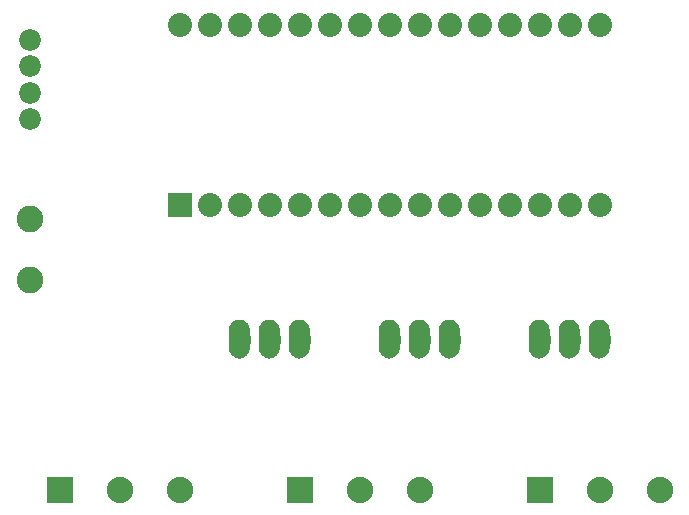
<source format=gts>
G04 MADE WITH FRITZING*
G04 WWW.FRITZING.ORG*
G04 DOUBLE SIDED*
G04 HOLES PLATED*
G04 CONTOUR ON CENTER OF CONTOUR VECTOR*
%ASAXBY*%
%FSLAX23Y23*%
%MOIN*%
%OFA0B0*%
%SFA1.0B1.0*%
%ADD10C,0.075118*%
%ADD11C,0.088740*%
%ADD12C,0.072222*%
%ADD13C,0.080000*%
%ADD14C,0.088000*%
%ADD15R,0.080000X0.079972*%
%ADD16R,0.088000X0.088000*%
%ADD17R,0.001000X0.001000*%
%LNMASK1*%
G90*
G70*
G54D10*
X1901Y707D03*
X2001Y707D03*
X2101Y707D03*
X1901Y707D03*
X2001Y707D03*
X2101Y707D03*
X1401Y707D03*
X1501Y707D03*
X1601Y707D03*
X1401Y707D03*
X1501Y707D03*
X1601Y707D03*
X901Y707D03*
X1001Y707D03*
X1101Y707D03*
X901Y707D03*
X1001Y707D03*
X1101Y707D03*
G54D11*
X201Y907D03*
X201Y1108D03*
G54D12*
X201Y1441D03*
X201Y1530D03*
X201Y1618D03*
X201Y1707D03*
G54D13*
X701Y1157D03*
X801Y1157D03*
X901Y1157D03*
X1001Y1157D03*
X1101Y1157D03*
X1201Y1157D03*
X1301Y1157D03*
X1401Y1157D03*
X1501Y1157D03*
X1601Y1157D03*
X1701Y1157D03*
X1801Y1157D03*
X1901Y1157D03*
X2001Y1157D03*
X2101Y1157D03*
X701Y1757D03*
X801Y1757D03*
X901Y1757D03*
X1001Y1757D03*
X1101Y1757D03*
X1201Y1757D03*
X1301Y1757D03*
X1401Y1757D03*
X1501Y1757D03*
X1601Y1757D03*
X1701Y1757D03*
X1801Y1757D03*
X1901Y1757D03*
X2001Y1757D03*
X2101Y1757D03*
G54D14*
X301Y207D03*
X501Y207D03*
X701Y207D03*
X1101Y207D03*
X1301Y207D03*
X1501Y207D03*
X1901Y207D03*
X2101Y207D03*
X2301Y207D03*
G54D15*
X701Y1157D03*
G54D16*
X301Y207D03*
X1101Y207D03*
X1901Y207D03*
G54D17*
X894Y773D02*
X906Y773D01*
X994Y773D02*
X1006Y773D01*
X1094Y773D02*
X1106Y773D01*
X1394Y773D02*
X1405Y773D01*
X1494Y773D02*
X1505Y773D01*
X1594Y773D02*
X1605Y773D01*
X1894Y773D02*
X1905Y773D01*
X1994Y773D02*
X2005Y773D01*
X2093Y773D02*
X2105Y773D01*
X890Y772D02*
X909Y772D01*
X990Y772D02*
X1009Y772D01*
X1090Y772D02*
X1109Y772D01*
X1390Y772D02*
X1409Y772D01*
X1490Y772D02*
X1509Y772D01*
X1590Y772D02*
X1609Y772D01*
X1890Y772D02*
X1909Y772D01*
X1990Y772D02*
X2009Y772D01*
X2090Y772D02*
X2109Y772D01*
X887Y771D02*
X912Y771D01*
X987Y771D02*
X1012Y771D01*
X1087Y771D02*
X1112Y771D01*
X1387Y771D02*
X1412Y771D01*
X1487Y771D02*
X1512Y771D01*
X1587Y771D02*
X1612Y771D01*
X1887Y771D02*
X1912Y771D01*
X1987Y771D02*
X2012Y771D01*
X2087Y771D02*
X2112Y771D01*
X885Y770D02*
X914Y770D01*
X985Y770D02*
X1014Y770D01*
X1085Y770D02*
X1114Y770D01*
X1385Y770D02*
X1414Y770D01*
X1485Y770D02*
X1514Y770D01*
X1585Y770D02*
X1614Y770D01*
X1885Y770D02*
X1914Y770D01*
X1985Y770D02*
X2014Y770D01*
X2085Y770D02*
X2114Y770D01*
X883Y769D02*
X916Y769D01*
X983Y769D02*
X1016Y769D01*
X1083Y769D02*
X1116Y769D01*
X1383Y769D02*
X1416Y769D01*
X1483Y769D02*
X1516Y769D01*
X1583Y769D02*
X1616Y769D01*
X1883Y769D02*
X1916Y769D01*
X1983Y769D02*
X2016Y769D01*
X2083Y769D02*
X2116Y769D01*
X882Y768D02*
X918Y768D01*
X982Y768D02*
X1018Y768D01*
X1082Y768D02*
X1118Y768D01*
X1382Y768D02*
X1418Y768D01*
X1482Y768D02*
X1518Y768D01*
X1582Y768D02*
X1618Y768D01*
X1881Y768D02*
X1917Y768D01*
X1981Y768D02*
X2017Y768D01*
X2081Y768D02*
X2117Y768D01*
X880Y767D02*
X919Y767D01*
X980Y767D02*
X1019Y767D01*
X1080Y767D02*
X1119Y767D01*
X1380Y767D02*
X1419Y767D01*
X1480Y767D02*
X1519Y767D01*
X1580Y767D02*
X1619Y767D01*
X1880Y767D02*
X1919Y767D01*
X1980Y767D02*
X2019Y767D01*
X2080Y767D02*
X2119Y767D01*
X879Y766D02*
X921Y766D01*
X979Y766D02*
X1020Y766D01*
X1079Y766D02*
X1120Y766D01*
X1379Y766D02*
X1420Y766D01*
X1479Y766D02*
X1520Y766D01*
X1579Y766D02*
X1620Y766D01*
X1879Y766D02*
X1920Y766D01*
X1979Y766D02*
X2020Y766D01*
X2079Y766D02*
X2120Y766D01*
X878Y765D02*
X922Y765D01*
X978Y765D02*
X1022Y765D01*
X1078Y765D02*
X1122Y765D01*
X1378Y765D02*
X1422Y765D01*
X1478Y765D02*
X1522Y765D01*
X1578Y765D02*
X1621Y765D01*
X1877Y765D02*
X1921Y765D01*
X1977Y765D02*
X2021Y765D01*
X2077Y765D02*
X2121Y765D01*
X877Y764D02*
X923Y764D01*
X977Y764D02*
X1023Y764D01*
X1077Y764D02*
X1123Y764D01*
X1377Y764D02*
X1423Y764D01*
X1477Y764D02*
X1523Y764D01*
X1576Y764D02*
X1623Y764D01*
X1876Y764D02*
X1922Y764D01*
X1976Y764D02*
X2022Y764D01*
X2076Y764D02*
X2122Y764D01*
X876Y763D02*
X924Y763D01*
X976Y763D02*
X1024Y763D01*
X1076Y763D02*
X1124Y763D01*
X1376Y763D02*
X1424Y763D01*
X1475Y763D02*
X1524Y763D01*
X1575Y763D02*
X1624Y763D01*
X1875Y763D02*
X1924Y763D01*
X1975Y763D02*
X2024Y763D01*
X2075Y763D02*
X2123Y763D01*
X875Y762D02*
X925Y762D01*
X975Y762D02*
X1025Y762D01*
X1075Y762D02*
X1125Y762D01*
X1375Y762D02*
X1425Y762D01*
X1475Y762D02*
X1525Y762D01*
X1575Y762D02*
X1625Y762D01*
X1874Y762D02*
X1924Y762D01*
X1974Y762D02*
X2024Y762D01*
X2074Y762D02*
X2124Y762D01*
X874Y761D02*
X926Y761D01*
X974Y761D02*
X1026Y761D01*
X1074Y761D02*
X1126Y761D01*
X1374Y761D02*
X1426Y761D01*
X1474Y761D02*
X1526Y761D01*
X1574Y761D02*
X1625Y761D01*
X1873Y761D02*
X1925Y761D01*
X1973Y761D02*
X2025Y761D01*
X2073Y761D02*
X2125Y761D01*
X873Y760D02*
X927Y760D01*
X973Y760D02*
X1026Y760D01*
X1073Y760D02*
X1126Y760D01*
X1373Y760D02*
X1426Y760D01*
X1473Y760D02*
X1526Y760D01*
X1573Y760D02*
X1626Y760D01*
X1873Y760D02*
X1926Y760D01*
X1973Y760D02*
X2026Y760D01*
X2073Y760D02*
X2126Y760D01*
X872Y759D02*
X927Y759D01*
X972Y759D02*
X1027Y759D01*
X1072Y759D02*
X1127Y759D01*
X1372Y759D02*
X1427Y759D01*
X1472Y759D02*
X1527Y759D01*
X1572Y759D02*
X1627Y759D01*
X1872Y759D02*
X1927Y759D01*
X1972Y759D02*
X2027Y759D01*
X2072Y759D02*
X2127Y759D01*
X872Y758D02*
X928Y758D01*
X971Y758D02*
X1028Y758D01*
X1071Y758D02*
X1128Y758D01*
X1371Y758D02*
X1428Y758D01*
X1471Y758D02*
X1528Y758D01*
X1571Y758D02*
X1628Y758D01*
X1871Y758D02*
X1928Y758D01*
X1971Y758D02*
X2028Y758D01*
X2071Y758D02*
X2128Y758D01*
X871Y757D02*
X929Y757D01*
X971Y757D02*
X1029Y757D01*
X1071Y757D02*
X1129Y757D01*
X1371Y757D02*
X1429Y757D01*
X1471Y757D02*
X1528Y757D01*
X1571Y757D02*
X1628Y757D01*
X1871Y757D02*
X1928Y757D01*
X1970Y757D02*
X2028Y757D01*
X2070Y757D02*
X2128Y757D01*
X870Y756D02*
X929Y756D01*
X970Y756D02*
X1029Y756D01*
X1070Y756D02*
X1129Y756D01*
X1370Y756D02*
X1429Y756D01*
X1470Y756D02*
X1529Y756D01*
X1570Y756D02*
X1629Y756D01*
X1870Y756D02*
X1929Y756D01*
X1970Y756D02*
X2029Y756D01*
X2070Y756D02*
X2129Y756D01*
X870Y755D02*
X930Y755D01*
X970Y755D02*
X1030Y755D01*
X1070Y755D02*
X1130Y755D01*
X1369Y755D02*
X1430Y755D01*
X1469Y755D02*
X1530Y755D01*
X1569Y755D02*
X1630Y755D01*
X1869Y755D02*
X1930Y755D01*
X1969Y755D02*
X2030Y755D01*
X2069Y755D02*
X2130Y755D01*
X869Y754D02*
X930Y754D01*
X969Y754D02*
X1030Y754D01*
X1069Y754D02*
X1130Y754D01*
X1369Y754D02*
X1430Y754D01*
X1469Y754D02*
X1530Y754D01*
X1569Y754D02*
X1630Y754D01*
X1869Y754D02*
X1930Y754D01*
X1969Y754D02*
X2030Y754D01*
X2069Y754D02*
X2130Y754D01*
X869Y753D02*
X931Y753D01*
X969Y753D02*
X1031Y753D01*
X1069Y753D02*
X1131Y753D01*
X1368Y753D02*
X1431Y753D01*
X1468Y753D02*
X1531Y753D01*
X1568Y753D02*
X1631Y753D01*
X1868Y753D02*
X1931Y753D01*
X1968Y753D02*
X2031Y753D01*
X2068Y753D02*
X2131Y753D01*
X868Y752D02*
X931Y752D01*
X968Y752D02*
X1031Y752D01*
X1068Y752D02*
X1131Y752D01*
X1368Y752D02*
X1431Y752D01*
X1468Y752D02*
X1531Y752D01*
X1568Y752D02*
X1631Y752D01*
X1868Y752D02*
X1931Y752D01*
X1968Y752D02*
X2031Y752D01*
X2068Y752D02*
X2131Y752D01*
X868Y751D02*
X932Y751D01*
X968Y751D02*
X1032Y751D01*
X1068Y751D02*
X1132Y751D01*
X1368Y751D02*
X1432Y751D01*
X1468Y751D02*
X1532Y751D01*
X1568Y751D02*
X1632Y751D01*
X1867Y751D02*
X1931Y751D01*
X1967Y751D02*
X2031Y751D01*
X2067Y751D02*
X2131Y751D01*
X867Y750D02*
X932Y750D01*
X967Y750D02*
X1032Y750D01*
X1067Y750D02*
X1132Y750D01*
X1367Y750D02*
X1432Y750D01*
X1467Y750D02*
X1532Y750D01*
X1567Y750D02*
X1632Y750D01*
X1867Y750D02*
X1932Y750D01*
X1967Y750D02*
X2032Y750D01*
X2067Y750D02*
X2132Y750D01*
X867Y749D02*
X933Y749D01*
X967Y749D02*
X1033Y749D01*
X1067Y749D02*
X1132Y749D01*
X1367Y749D02*
X1432Y749D01*
X1467Y749D02*
X1532Y749D01*
X1567Y749D02*
X1632Y749D01*
X1867Y749D02*
X1932Y749D01*
X1967Y749D02*
X2032Y749D01*
X2067Y749D02*
X2132Y749D01*
X867Y748D02*
X933Y748D01*
X967Y748D02*
X1033Y748D01*
X1067Y748D02*
X1133Y748D01*
X1367Y748D02*
X1433Y748D01*
X1466Y748D02*
X1533Y748D01*
X1566Y748D02*
X1633Y748D01*
X1866Y748D02*
X1933Y748D01*
X1966Y748D02*
X2032Y748D01*
X2066Y748D02*
X2132Y748D01*
X866Y747D02*
X933Y747D01*
X966Y747D02*
X1033Y747D01*
X1066Y747D02*
X1133Y747D01*
X1366Y747D02*
X1433Y747D01*
X1466Y747D02*
X1533Y747D01*
X1566Y747D02*
X1633Y747D01*
X1866Y747D02*
X1933Y747D01*
X1966Y747D02*
X2033Y747D01*
X2066Y747D02*
X2133Y747D01*
X866Y746D02*
X933Y746D01*
X966Y746D02*
X1033Y746D01*
X1066Y746D02*
X1133Y746D01*
X1366Y746D02*
X1433Y746D01*
X1466Y746D02*
X1533Y746D01*
X1566Y746D02*
X1633Y746D01*
X1866Y746D02*
X1933Y746D01*
X1966Y746D02*
X2033Y746D01*
X2066Y746D02*
X2133Y746D01*
X866Y745D02*
X934Y745D01*
X966Y745D02*
X1034Y745D01*
X1066Y745D02*
X1134Y745D01*
X1366Y745D02*
X1433Y745D01*
X1466Y745D02*
X1533Y745D01*
X1566Y745D02*
X1633Y745D01*
X1866Y745D02*
X1933Y745D01*
X1966Y745D02*
X2033Y745D01*
X2066Y745D02*
X2133Y745D01*
X866Y744D02*
X934Y744D01*
X966Y744D02*
X1034Y744D01*
X1066Y744D02*
X1134Y744D01*
X1366Y744D02*
X1434Y744D01*
X1466Y744D02*
X1534Y744D01*
X1566Y744D02*
X1634Y744D01*
X1865Y744D02*
X1933Y744D01*
X1965Y744D02*
X2033Y744D01*
X2065Y744D02*
X2133Y744D01*
X866Y743D02*
X934Y743D01*
X966Y743D02*
X1034Y743D01*
X1066Y743D02*
X1134Y743D01*
X1365Y743D02*
X1434Y743D01*
X1465Y743D02*
X1534Y743D01*
X1565Y743D02*
X1634Y743D01*
X1865Y743D02*
X1934Y743D01*
X1965Y743D02*
X2034Y743D01*
X2065Y743D02*
X2134Y743D01*
X865Y742D02*
X934Y742D01*
X965Y742D02*
X1034Y742D01*
X1065Y742D02*
X1134Y742D01*
X1365Y742D02*
X1434Y742D01*
X1465Y742D02*
X1534Y742D01*
X1565Y742D02*
X1634Y742D01*
X1865Y742D02*
X1934Y742D01*
X1965Y742D02*
X2034Y742D01*
X2065Y742D02*
X2134Y742D01*
X865Y741D02*
X934Y741D01*
X965Y741D02*
X1034Y741D01*
X1065Y741D02*
X1134Y741D01*
X1365Y741D02*
X1434Y741D01*
X1465Y741D02*
X1534Y741D01*
X1565Y741D02*
X1634Y741D01*
X1865Y741D02*
X1934Y741D01*
X1965Y741D02*
X2034Y741D01*
X2065Y741D02*
X2134Y741D01*
X865Y740D02*
X934Y740D01*
X965Y740D02*
X1034Y740D01*
X1065Y740D02*
X1134Y740D01*
X1365Y740D02*
X1434Y740D01*
X1465Y740D02*
X1534Y740D01*
X1565Y740D02*
X1634Y740D01*
X1865Y740D02*
X1934Y740D01*
X1965Y740D02*
X2034Y740D01*
X2065Y740D02*
X2134Y740D01*
X865Y739D02*
X934Y739D01*
X965Y739D02*
X1034Y739D01*
X1065Y739D02*
X1134Y739D01*
X1365Y739D02*
X1434Y739D01*
X1465Y739D02*
X1534Y739D01*
X1565Y739D02*
X1634Y739D01*
X1865Y739D02*
X1934Y739D01*
X1965Y739D02*
X2034Y739D01*
X2065Y739D02*
X2134Y739D01*
X865Y738D02*
X934Y738D01*
X965Y738D02*
X1034Y738D01*
X1065Y738D02*
X1134Y738D01*
X1365Y738D02*
X1434Y738D01*
X1465Y738D02*
X1534Y738D01*
X1565Y738D02*
X1634Y738D01*
X1865Y738D02*
X1934Y738D01*
X1965Y738D02*
X2034Y738D01*
X2065Y738D02*
X2134Y738D01*
X865Y737D02*
X934Y737D01*
X965Y737D02*
X1034Y737D01*
X1065Y737D02*
X1134Y737D01*
X1365Y737D02*
X1434Y737D01*
X1465Y737D02*
X1534Y737D01*
X1565Y737D02*
X1634Y737D01*
X1865Y737D02*
X1934Y737D01*
X1965Y737D02*
X2034Y737D01*
X2065Y737D02*
X2134Y737D01*
X865Y736D02*
X934Y736D01*
X965Y736D02*
X1034Y736D01*
X1065Y736D02*
X1134Y736D01*
X1365Y736D02*
X1434Y736D01*
X1465Y736D02*
X1534Y736D01*
X1565Y736D02*
X1634Y736D01*
X1865Y736D02*
X1934Y736D01*
X1965Y736D02*
X2034Y736D01*
X2065Y736D02*
X2134Y736D01*
X865Y735D02*
X934Y735D01*
X965Y735D02*
X1034Y735D01*
X1065Y735D02*
X1134Y735D01*
X1365Y735D02*
X1434Y735D01*
X1465Y735D02*
X1534Y735D01*
X1565Y735D02*
X1634Y735D01*
X1865Y735D02*
X1934Y735D01*
X1965Y735D02*
X2034Y735D01*
X2065Y735D02*
X2134Y735D01*
X865Y734D02*
X934Y734D01*
X965Y734D02*
X1034Y734D01*
X1065Y734D02*
X1134Y734D01*
X1365Y734D02*
X1434Y734D01*
X1465Y734D02*
X1534Y734D01*
X1565Y734D02*
X1634Y734D01*
X1865Y734D02*
X1934Y734D01*
X1965Y734D02*
X2034Y734D01*
X2065Y734D02*
X2134Y734D01*
X865Y733D02*
X934Y733D01*
X965Y733D02*
X1034Y733D01*
X1065Y733D02*
X1134Y733D01*
X1365Y733D02*
X1434Y733D01*
X1465Y733D02*
X1534Y733D01*
X1565Y733D02*
X1634Y733D01*
X1865Y733D02*
X1934Y733D01*
X1965Y733D02*
X2034Y733D01*
X2065Y733D02*
X2134Y733D01*
X865Y732D02*
X934Y732D01*
X965Y732D02*
X1034Y732D01*
X1065Y732D02*
X1134Y732D01*
X1365Y732D02*
X1434Y732D01*
X1465Y732D02*
X1534Y732D01*
X1565Y732D02*
X1634Y732D01*
X1865Y732D02*
X1934Y732D01*
X1965Y732D02*
X2034Y732D01*
X2065Y732D02*
X2134Y732D01*
X865Y731D02*
X934Y731D01*
X965Y731D02*
X1034Y731D01*
X1065Y731D02*
X1134Y731D01*
X1365Y731D02*
X1434Y731D01*
X1465Y731D02*
X1534Y731D01*
X1565Y731D02*
X1634Y731D01*
X1865Y731D02*
X1934Y731D01*
X1965Y731D02*
X2034Y731D01*
X2065Y731D02*
X2134Y731D01*
X865Y730D02*
X934Y730D01*
X965Y730D02*
X1034Y730D01*
X1065Y730D02*
X1134Y730D01*
X1365Y730D02*
X1434Y730D01*
X1465Y730D02*
X1534Y730D01*
X1565Y730D02*
X1634Y730D01*
X1865Y730D02*
X1934Y730D01*
X1965Y730D02*
X2034Y730D01*
X2065Y730D02*
X2134Y730D01*
X865Y729D02*
X934Y729D01*
X965Y729D02*
X1034Y729D01*
X1065Y729D02*
X1134Y729D01*
X1365Y729D02*
X1434Y729D01*
X1465Y729D02*
X1534Y729D01*
X1565Y729D02*
X1634Y729D01*
X1865Y729D02*
X1934Y729D01*
X1965Y729D02*
X2034Y729D01*
X2065Y729D02*
X2134Y729D01*
X865Y728D02*
X934Y728D01*
X965Y728D02*
X1034Y728D01*
X1065Y728D02*
X1134Y728D01*
X1365Y728D02*
X1434Y728D01*
X1465Y728D02*
X1534Y728D01*
X1565Y728D02*
X1634Y728D01*
X1865Y728D02*
X1934Y728D01*
X1965Y728D02*
X2034Y728D01*
X2065Y728D02*
X2134Y728D01*
X865Y727D02*
X934Y727D01*
X965Y727D02*
X1034Y727D01*
X1065Y727D02*
X1134Y727D01*
X1365Y727D02*
X1434Y727D01*
X1465Y727D02*
X1534Y727D01*
X1565Y727D02*
X1634Y727D01*
X1865Y727D02*
X1934Y727D01*
X1965Y727D02*
X2034Y727D01*
X2065Y727D02*
X2134Y727D01*
X865Y726D02*
X934Y726D01*
X965Y726D02*
X1034Y726D01*
X1065Y726D02*
X1134Y726D01*
X1365Y726D02*
X1434Y726D01*
X1465Y726D02*
X1534Y726D01*
X1565Y726D02*
X1634Y726D01*
X1865Y726D02*
X1934Y726D01*
X1965Y726D02*
X2034Y726D01*
X2065Y726D02*
X2134Y726D01*
X865Y725D02*
X934Y725D01*
X965Y725D02*
X1034Y725D01*
X1065Y725D02*
X1134Y725D01*
X1365Y725D02*
X1434Y725D01*
X1465Y725D02*
X1534Y725D01*
X1565Y725D02*
X1634Y725D01*
X1865Y725D02*
X1934Y725D01*
X1965Y725D02*
X2034Y725D01*
X2065Y725D02*
X2134Y725D01*
X865Y724D02*
X934Y724D01*
X965Y724D02*
X1034Y724D01*
X1065Y724D02*
X1134Y724D01*
X1365Y724D02*
X1434Y724D01*
X1465Y724D02*
X1534Y724D01*
X1565Y724D02*
X1634Y724D01*
X1865Y724D02*
X1934Y724D01*
X1965Y724D02*
X2034Y724D01*
X2065Y724D02*
X2134Y724D01*
X865Y723D02*
X895Y723D01*
X905Y723D02*
X934Y723D01*
X965Y723D02*
X995Y723D01*
X1005Y723D02*
X1034Y723D01*
X1065Y723D02*
X1095Y723D01*
X1105Y723D02*
X1134Y723D01*
X1365Y723D02*
X1394Y723D01*
X1405Y723D02*
X1434Y723D01*
X1465Y723D02*
X1494Y723D01*
X1505Y723D02*
X1534Y723D01*
X1565Y723D02*
X1594Y723D01*
X1605Y723D02*
X1634Y723D01*
X1865Y723D02*
X1894Y723D01*
X1905Y723D02*
X1934Y723D01*
X1965Y723D02*
X1994Y723D01*
X2005Y723D02*
X2034Y723D01*
X2065Y723D02*
X2094Y723D01*
X2104Y723D02*
X2134Y723D01*
X865Y722D02*
X892Y722D01*
X908Y722D02*
X934Y722D01*
X965Y722D02*
X992Y722D01*
X1007Y722D02*
X1034Y722D01*
X1065Y722D02*
X1092Y722D01*
X1107Y722D02*
X1134Y722D01*
X1365Y722D02*
X1392Y722D01*
X1407Y722D02*
X1434Y722D01*
X1465Y722D02*
X1492Y722D01*
X1507Y722D02*
X1534Y722D01*
X1565Y722D02*
X1592Y722D01*
X1607Y722D02*
X1634Y722D01*
X1865Y722D02*
X1892Y722D01*
X1907Y722D02*
X1934Y722D01*
X1965Y722D02*
X1992Y722D01*
X2007Y722D02*
X2034Y722D01*
X2065Y722D02*
X2092Y722D01*
X2107Y722D02*
X2134Y722D01*
X865Y721D02*
X890Y721D01*
X909Y721D02*
X934Y721D01*
X965Y721D02*
X990Y721D01*
X1009Y721D02*
X1034Y721D01*
X1065Y721D02*
X1090Y721D01*
X1109Y721D02*
X1134Y721D01*
X1365Y721D02*
X1390Y721D01*
X1409Y721D02*
X1434Y721D01*
X1465Y721D02*
X1490Y721D01*
X1509Y721D02*
X1534Y721D01*
X1565Y721D02*
X1590Y721D01*
X1609Y721D02*
X1634Y721D01*
X1865Y721D02*
X1890Y721D01*
X1909Y721D02*
X1934Y721D01*
X1965Y721D02*
X1990Y721D01*
X2009Y721D02*
X2034Y721D01*
X2065Y721D02*
X2090Y721D01*
X2109Y721D02*
X2134Y721D01*
X865Y720D02*
X889Y720D01*
X911Y720D02*
X934Y720D01*
X965Y720D02*
X989Y720D01*
X1011Y720D02*
X1034Y720D01*
X1065Y720D02*
X1089Y720D01*
X1110Y720D02*
X1134Y720D01*
X1365Y720D02*
X1389Y720D01*
X1410Y720D02*
X1434Y720D01*
X1465Y720D02*
X1489Y720D01*
X1510Y720D02*
X1534Y720D01*
X1565Y720D02*
X1589Y720D01*
X1610Y720D02*
X1634Y720D01*
X1865Y720D02*
X1889Y720D01*
X1910Y720D02*
X1934Y720D01*
X1965Y720D02*
X1989Y720D01*
X2010Y720D02*
X2034Y720D01*
X2065Y720D02*
X2089Y720D01*
X2110Y720D02*
X2134Y720D01*
X865Y719D02*
X888Y719D01*
X912Y719D02*
X934Y719D01*
X965Y719D02*
X988Y719D01*
X1012Y719D02*
X1034Y719D01*
X1065Y719D02*
X1088Y719D01*
X1111Y719D02*
X1134Y719D01*
X1365Y719D02*
X1388Y719D01*
X1411Y719D02*
X1434Y719D01*
X1465Y719D02*
X1488Y719D01*
X1511Y719D02*
X1534Y719D01*
X1565Y719D02*
X1588Y719D01*
X1611Y719D02*
X1634Y719D01*
X1865Y719D02*
X1888Y719D01*
X1911Y719D02*
X1934Y719D01*
X1965Y719D02*
X1988Y719D01*
X2011Y719D02*
X2034Y719D01*
X2065Y719D02*
X2088Y719D01*
X2111Y719D02*
X2134Y719D01*
X865Y718D02*
X887Y718D01*
X912Y718D02*
X934Y718D01*
X965Y718D02*
X987Y718D01*
X1012Y718D02*
X1034Y718D01*
X1065Y718D02*
X1087Y718D01*
X1112Y718D02*
X1134Y718D01*
X1365Y718D02*
X1387Y718D01*
X1412Y718D02*
X1434Y718D01*
X1465Y718D02*
X1487Y718D01*
X1512Y718D02*
X1534Y718D01*
X1565Y718D02*
X1587Y718D01*
X1612Y718D02*
X1634Y718D01*
X1865Y718D02*
X1887Y718D01*
X1912Y718D02*
X1934Y718D01*
X1965Y718D02*
X1987Y718D01*
X2012Y718D02*
X2034Y718D01*
X2065Y718D02*
X2087Y718D01*
X2112Y718D02*
X2134Y718D01*
X865Y717D02*
X886Y717D01*
X913Y717D02*
X934Y717D01*
X965Y717D02*
X986Y717D01*
X1013Y717D02*
X1034Y717D01*
X1065Y717D02*
X1086Y717D01*
X1113Y717D02*
X1134Y717D01*
X1365Y717D02*
X1386Y717D01*
X1413Y717D02*
X1434Y717D01*
X1465Y717D02*
X1486Y717D01*
X1513Y717D02*
X1534Y717D01*
X1565Y717D02*
X1586Y717D01*
X1613Y717D02*
X1634Y717D01*
X1865Y717D02*
X1886Y717D01*
X1913Y717D02*
X1934Y717D01*
X1965Y717D02*
X1986Y717D01*
X2013Y717D02*
X2034Y717D01*
X2065Y717D02*
X2086Y717D01*
X2113Y717D02*
X2134Y717D01*
X865Y716D02*
X886Y716D01*
X914Y716D02*
X934Y716D01*
X965Y716D02*
X986Y716D01*
X1014Y716D02*
X1034Y716D01*
X1065Y716D02*
X1086Y716D01*
X1113Y716D02*
X1134Y716D01*
X1365Y716D02*
X1386Y716D01*
X1413Y716D02*
X1434Y716D01*
X1465Y716D02*
X1486Y716D01*
X1513Y716D02*
X1534Y716D01*
X1565Y716D02*
X1586Y716D01*
X1613Y716D02*
X1634Y716D01*
X1865Y716D02*
X1886Y716D01*
X1913Y716D02*
X1934Y716D01*
X1965Y716D02*
X1986Y716D01*
X2013Y716D02*
X2034Y716D01*
X2065Y716D02*
X2086Y716D01*
X2113Y716D02*
X2134Y716D01*
X865Y715D02*
X885Y715D01*
X914Y715D02*
X934Y715D01*
X965Y715D02*
X985Y715D01*
X1014Y715D02*
X1034Y715D01*
X1065Y715D02*
X1085Y715D01*
X1114Y715D02*
X1134Y715D01*
X1365Y715D02*
X1385Y715D01*
X1414Y715D02*
X1434Y715D01*
X1465Y715D02*
X1485Y715D01*
X1514Y715D02*
X1534Y715D01*
X1565Y715D02*
X1585Y715D01*
X1614Y715D02*
X1634Y715D01*
X1865Y715D02*
X1885Y715D01*
X1914Y715D02*
X1934Y715D01*
X1965Y715D02*
X1985Y715D01*
X2014Y715D02*
X2034Y715D01*
X2065Y715D02*
X2085Y715D01*
X2114Y715D02*
X2134Y715D01*
X865Y714D02*
X885Y714D01*
X914Y714D02*
X934Y714D01*
X965Y714D02*
X985Y714D01*
X1014Y714D02*
X1034Y714D01*
X1065Y714D02*
X1085Y714D01*
X1114Y714D02*
X1134Y714D01*
X1365Y714D02*
X1385Y714D01*
X1414Y714D02*
X1434Y714D01*
X1465Y714D02*
X1485Y714D01*
X1514Y714D02*
X1534Y714D01*
X1565Y714D02*
X1585Y714D01*
X1614Y714D02*
X1634Y714D01*
X1865Y714D02*
X1885Y714D01*
X1914Y714D02*
X1934Y714D01*
X1965Y714D02*
X1985Y714D01*
X2014Y714D02*
X2034Y714D01*
X2065Y714D02*
X2085Y714D01*
X2114Y714D02*
X2134Y714D01*
X865Y713D02*
X885Y713D01*
X915Y713D02*
X934Y713D01*
X965Y713D02*
X985Y713D01*
X1015Y713D02*
X1034Y713D01*
X1065Y713D02*
X1085Y713D01*
X1115Y713D02*
X1134Y713D01*
X1365Y713D02*
X1385Y713D01*
X1415Y713D02*
X1434Y713D01*
X1465Y713D02*
X1485Y713D01*
X1514Y713D02*
X1534Y713D01*
X1565Y713D02*
X1585Y713D01*
X1614Y713D02*
X1634Y713D01*
X1865Y713D02*
X1885Y713D01*
X1914Y713D02*
X1934Y713D01*
X1965Y713D02*
X1984Y713D01*
X2014Y713D02*
X2034Y713D01*
X2065Y713D02*
X2084Y713D01*
X2114Y713D02*
X2134Y713D01*
X865Y712D02*
X885Y712D01*
X915Y712D02*
X934Y712D01*
X965Y712D02*
X985Y712D01*
X1015Y712D02*
X1034Y712D01*
X1065Y712D02*
X1085Y712D01*
X1115Y712D02*
X1134Y712D01*
X1365Y712D02*
X1384Y712D01*
X1415Y712D02*
X1434Y712D01*
X1465Y712D02*
X1484Y712D01*
X1515Y712D02*
X1534Y712D01*
X1565Y712D02*
X1584Y712D01*
X1615Y712D02*
X1634Y712D01*
X1865Y712D02*
X1884Y712D01*
X1915Y712D02*
X1934Y712D01*
X1965Y712D02*
X1984Y712D01*
X2015Y712D02*
X2034Y712D01*
X2065Y712D02*
X2084Y712D01*
X2115Y712D02*
X2134Y712D01*
X865Y711D02*
X884Y711D01*
X915Y711D02*
X934Y711D01*
X965Y711D02*
X984Y711D01*
X1015Y711D02*
X1034Y711D01*
X1065Y711D02*
X1084Y711D01*
X1115Y711D02*
X1134Y711D01*
X1365Y711D02*
X1384Y711D01*
X1415Y711D02*
X1434Y711D01*
X1465Y711D02*
X1484Y711D01*
X1515Y711D02*
X1534Y711D01*
X1565Y711D02*
X1584Y711D01*
X1615Y711D02*
X1634Y711D01*
X1865Y711D02*
X1884Y711D01*
X1915Y711D02*
X1934Y711D01*
X1965Y711D02*
X1984Y711D01*
X2015Y711D02*
X2034Y711D01*
X2065Y711D02*
X2084Y711D01*
X2115Y711D02*
X2134Y711D01*
X865Y710D02*
X884Y710D01*
X915Y710D02*
X934Y710D01*
X965Y710D02*
X984Y710D01*
X1015Y710D02*
X1034Y710D01*
X1065Y710D02*
X1084Y710D01*
X1115Y710D02*
X1134Y710D01*
X1365Y710D02*
X1384Y710D01*
X1415Y710D02*
X1434Y710D01*
X1465Y710D02*
X1484Y710D01*
X1515Y710D02*
X1534Y710D01*
X1565Y710D02*
X1584Y710D01*
X1615Y710D02*
X1634Y710D01*
X1865Y710D02*
X1884Y710D01*
X1915Y710D02*
X1934Y710D01*
X1965Y710D02*
X1984Y710D01*
X2015Y710D02*
X2034Y710D01*
X2065Y710D02*
X2084Y710D01*
X2115Y710D02*
X2134Y710D01*
X865Y709D02*
X884Y709D01*
X915Y709D02*
X934Y709D01*
X965Y709D02*
X984Y709D01*
X1015Y709D02*
X1034Y709D01*
X1065Y709D02*
X1084Y709D01*
X1115Y709D02*
X1134Y709D01*
X1365Y709D02*
X1384Y709D01*
X1415Y709D02*
X1434Y709D01*
X1465Y709D02*
X1484Y709D01*
X1515Y709D02*
X1534Y709D01*
X1565Y709D02*
X1584Y709D01*
X1615Y709D02*
X1634Y709D01*
X1865Y709D02*
X1884Y709D01*
X1915Y709D02*
X1934Y709D01*
X1965Y709D02*
X1984Y709D01*
X2015Y709D02*
X2034Y709D01*
X2065Y709D02*
X2084Y709D01*
X2115Y709D02*
X2134Y709D01*
X865Y708D02*
X884Y708D01*
X915Y708D02*
X934Y708D01*
X965Y708D02*
X984Y708D01*
X1015Y708D02*
X1034Y708D01*
X1065Y708D02*
X1084Y708D01*
X1115Y708D02*
X1134Y708D01*
X1365Y708D02*
X1384Y708D01*
X1415Y708D02*
X1434Y708D01*
X1465Y708D02*
X1484Y708D01*
X1515Y708D02*
X1534Y708D01*
X1565Y708D02*
X1584Y708D01*
X1615Y708D02*
X1634Y708D01*
X1865Y708D02*
X1884Y708D01*
X1915Y708D02*
X1934Y708D01*
X1965Y708D02*
X1984Y708D01*
X2015Y708D02*
X2034Y708D01*
X2065Y708D02*
X2084Y708D01*
X2115Y708D02*
X2134Y708D01*
X865Y707D02*
X884Y707D01*
X915Y707D02*
X934Y707D01*
X965Y707D02*
X984Y707D01*
X1015Y707D02*
X1034Y707D01*
X1065Y707D02*
X1084Y707D01*
X1115Y707D02*
X1134Y707D01*
X1365Y707D02*
X1384Y707D01*
X1415Y707D02*
X1434Y707D01*
X1465Y707D02*
X1484Y707D01*
X1515Y707D02*
X1534Y707D01*
X1565Y707D02*
X1584Y707D01*
X1615Y707D02*
X1634Y707D01*
X1865Y707D02*
X1884Y707D01*
X1915Y707D02*
X1934Y707D01*
X1965Y707D02*
X1984Y707D01*
X2015Y707D02*
X2034Y707D01*
X2065Y707D02*
X2084Y707D01*
X2115Y707D02*
X2134Y707D01*
X865Y706D02*
X885Y706D01*
X915Y706D02*
X934Y706D01*
X965Y706D02*
X984Y706D01*
X1015Y706D02*
X1034Y706D01*
X1065Y706D02*
X1084Y706D01*
X1115Y706D02*
X1134Y706D01*
X1365Y706D02*
X1384Y706D01*
X1415Y706D02*
X1434Y706D01*
X1465Y706D02*
X1484Y706D01*
X1515Y706D02*
X1534Y706D01*
X1565Y706D02*
X1584Y706D01*
X1615Y706D02*
X1634Y706D01*
X1865Y706D02*
X1884Y706D01*
X1915Y706D02*
X1934Y706D01*
X1965Y706D02*
X1984Y706D01*
X2015Y706D02*
X2034Y706D01*
X2065Y706D02*
X2084Y706D01*
X2115Y706D02*
X2134Y706D01*
X865Y705D02*
X885Y705D01*
X915Y705D02*
X934Y705D01*
X965Y705D02*
X985Y705D01*
X1015Y705D02*
X1034Y705D01*
X1065Y705D02*
X1085Y705D01*
X1115Y705D02*
X1134Y705D01*
X1365Y705D02*
X1385Y705D01*
X1415Y705D02*
X1434Y705D01*
X1465Y705D02*
X1484Y705D01*
X1515Y705D02*
X1534Y705D01*
X1565Y705D02*
X1584Y705D01*
X1615Y705D02*
X1634Y705D01*
X1865Y705D02*
X1884Y705D01*
X1915Y705D02*
X1934Y705D01*
X1965Y705D02*
X1984Y705D01*
X2014Y705D02*
X2034Y705D01*
X2065Y705D02*
X2084Y705D01*
X2114Y705D02*
X2134Y705D01*
X865Y704D02*
X885Y704D01*
X915Y704D02*
X934Y704D01*
X965Y704D02*
X985Y704D01*
X1015Y704D02*
X1034Y704D01*
X1065Y704D02*
X1085Y704D01*
X1115Y704D02*
X1134Y704D01*
X1365Y704D02*
X1385Y704D01*
X1414Y704D02*
X1434Y704D01*
X1465Y704D02*
X1485Y704D01*
X1514Y704D02*
X1534Y704D01*
X1565Y704D02*
X1585Y704D01*
X1614Y704D02*
X1634Y704D01*
X1865Y704D02*
X1885Y704D01*
X1914Y704D02*
X1934Y704D01*
X1965Y704D02*
X1985Y704D01*
X2014Y704D02*
X2034Y704D01*
X2065Y704D02*
X2085Y704D01*
X2114Y704D02*
X2134Y704D01*
X865Y703D02*
X885Y703D01*
X914Y703D02*
X934Y703D01*
X965Y703D02*
X985Y703D01*
X1014Y703D02*
X1034Y703D01*
X1065Y703D02*
X1085Y703D01*
X1114Y703D02*
X1134Y703D01*
X1365Y703D02*
X1385Y703D01*
X1414Y703D02*
X1434Y703D01*
X1465Y703D02*
X1485Y703D01*
X1514Y703D02*
X1534Y703D01*
X1565Y703D02*
X1585Y703D01*
X1614Y703D02*
X1634Y703D01*
X1865Y703D02*
X1885Y703D01*
X1914Y703D02*
X1934Y703D01*
X1965Y703D02*
X1985Y703D01*
X2014Y703D02*
X2034Y703D01*
X2065Y703D02*
X2085Y703D01*
X2114Y703D02*
X2134Y703D01*
X865Y702D02*
X886Y702D01*
X914Y702D02*
X934Y702D01*
X965Y702D02*
X986Y702D01*
X1014Y702D02*
X1034Y702D01*
X1065Y702D02*
X1086Y702D01*
X1114Y702D02*
X1134Y702D01*
X1365Y702D02*
X1385Y702D01*
X1414Y702D02*
X1434Y702D01*
X1465Y702D02*
X1485Y702D01*
X1514Y702D02*
X1534Y702D01*
X1565Y702D02*
X1585Y702D01*
X1614Y702D02*
X1634Y702D01*
X1865Y702D02*
X1885Y702D01*
X1914Y702D02*
X1934Y702D01*
X1965Y702D02*
X1985Y702D01*
X2014Y702D02*
X2034Y702D01*
X2065Y702D02*
X2085Y702D01*
X2114Y702D02*
X2134Y702D01*
X865Y701D02*
X886Y701D01*
X913Y701D02*
X934Y701D01*
X965Y701D02*
X986Y701D01*
X1013Y701D02*
X1034Y701D01*
X1065Y701D02*
X1086Y701D01*
X1113Y701D02*
X1134Y701D01*
X1365Y701D02*
X1386Y701D01*
X1413Y701D02*
X1434Y701D01*
X1465Y701D02*
X1486Y701D01*
X1513Y701D02*
X1534Y701D01*
X1565Y701D02*
X1586Y701D01*
X1613Y701D02*
X1634Y701D01*
X1865Y701D02*
X1886Y701D01*
X1913Y701D02*
X1934Y701D01*
X1965Y701D02*
X1986Y701D01*
X2013Y701D02*
X2034Y701D01*
X2065Y701D02*
X2086Y701D01*
X2113Y701D02*
X2134Y701D01*
X865Y700D02*
X887Y700D01*
X913Y700D02*
X934Y700D01*
X965Y700D02*
X987Y700D01*
X1013Y700D02*
X1034Y700D01*
X1065Y700D02*
X1087Y700D01*
X1113Y700D02*
X1134Y700D01*
X1365Y700D02*
X1387Y700D01*
X1413Y700D02*
X1434Y700D01*
X1465Y700D02*
X1486Y700D01*
X1513Y700D02*
X1534Y700D01*
X1565Y700D02*
X1586Y700D01*
X1613Y700D02*
X1634Y700D01*
X1865Y700D02*
X1886Y700D01*
X1913Y700D02*
X1934Y700D01*
X1965Y700D02*
X1986Y700D01*
X2012Y700D02*
X2034Y700D01*
X2065Y700D02*
X2086Y700D01*
X2112Y700D02*
X2134Y700D01*
X865Y699D02*
X887Y699D01*
X912Y699D02*
X934Y699D01*
X965Y699D02*
X987Y699D01*
X1012Y699D02*
X1034Y699D01*
X1065Y699D02*
X1087Y699D01*
X1112Y699D02*
X1134Y699D01*
X1365Y699D02*
X1387Y699D01*
X1412Y699D02*
X1434Y699D01*
X1465Y699D02*
X1487Y699D01*
X1512Y699D02*
X1534Y699D01*
X1565Y699D02*
X1587Y699D01*
X1612Y699D02*
X1634Y699D01*
X1865Y699D02*
X1887Y699D01*
X1912Y699D02*
X1934Y699D01*
X1965Y699D02*
X1987Y699D01*
X2012Y699D02*
X2034Y699D01*
X2065Y699D02*
X2087Y699D01*
X2112Y699D02*
X2134Y699D01*
X865Y698D02*
X888Y698D01*
X911Y698D02*
X934Y698D01*
X965Y698D02*
X988Y698D01*
X1011Y698D02*
X1034Y698D01*
X1065Y698D02*
X1088Y698D01*
X1111Y698D02*
X1134Y698D01*
X1365Y698D02*
X1388Y698D01*
X1411Y698D02*
X1434Y698D01*
X1465Y698D02*
X1488Y698D01*
X1511Y698D02*
X1534Y698D01*
X1565Y698D02*
X1588Y698D01*
X1611Y698D02*
X1634Y698D01*
X1865Y698D02*
X1888Y698D01*
X1911Y698D02*
X1934Y698D01*
X1965Y698D02*
X1988Y698D01*
X2011Y698D02*
X2034Y698D01*
X2065Y698D02*
X2088Y698D01*
X2111Y698D02*
X2134Y698D01*
X865Y697D02*
X889Y697D01*
X910Y697D02*
X934Y697D01*
X965Y697D02*
X989Y697D01*
X1010Y697D02*
X1034Y697D01*
X1065Y697D02*
X1089Y697D01*
X1110Y697D02*
X1134Y697D01*
X1365Y697D02*
X1389Y697D01*
X1410Y697D02*
X1434Y697D01*
X1465Y697D02*
X1489Y697D01*
X1510Y697D02*
X1534Y697D01*
X1565Y697D02*
X1589Y697D01*
X1610Y697D02*
X1634Y697D01*
X1865Y697D02*
X1889Y697D01*
X1910Y697D02*
X1934Y697D01*
X1965Y697D02*
X1989Y697D01*
X2010Y697D02*
X2034Y697D01*
X2065Y697D02*
X2089Y697D01*
X2110Y697D02*
X2134Y697D01*
X865Y696D02*
X891Y696D01*
X909Y696D02*
X934Y696D01*
X965Y696D02*
X991Y696D01*
X1009Y696D02*
X1034Y696D01*
X1065Y696D02*
X1091Y696D01*
X1109Y696D02*
X1134Y696D01*
X1365Y696D02*
X1391Y696D01*
X1409Y696D02*
X1434Y696D01*
X1465Y696D02*
X1491Y696D01*
X1509Y696D02*
X1534Y696D01*
X1565Y696D02*
X1590Y696D01*
X1609Y696D02*
X1634Y696D01*
X1865Y696D02*
X1890Y696D01*
X1908Y696D02*
X1934Y696D01*
X1965Y696D02*
X1990Y696D01*
X2008Y696D02*
X2034Y696D01*
X2065Y696D02*
X2090Y696D01*
X2108Y696D02*
X2134Y696D01*
X865Y695D02*
X893Y695D01*
X907Y695D02*
X934Y695D01*
X965Y695D02*
X993Y695D01*
X1007Y695D02*
X1034Y695D01*
X1065Y695D02*
X1093Y695D01*
X1107Y695D02*
X1134Y695D01*
X1365Y695D02*
X1392Y695D01*
X1407Y695D02*
X1434Y695D01*
X1465Y695D02*
X1492Y695D01*
X1507Y695D02*
X1534Y695D01*
X1565Y695D02*
X1592Y695D01*
X1607Y695D02*
X1634Y695D01*
X1865Y695D02*
X1892Y695D01*
X1907Y695D02*
X1934Y695D01*
X1965Y695D02*
X1992Y695D01*
X2007Y695D02*
X2034Y695D01*
X2065Y695D02*
X2092Y695D01*
X2106Y695D02*
X2134Y695D01*
X865Y694D02*
X896Y694D01*
X904Y694D02*
X934Y694D01*
X965Y694D02*
X996Y694D01*
X1004Y694D02*
X1034Y694D01*
X1065Y694D02*
X1096Y694D01*
X1104Y694D02*
X1134Y694D01*
X1365Y694D02*
X1396Y694D01*
X1403Y694D02*
X1434Y694D01*
X1465Y694D02*
X1496Y694D01*
X1503Y694D02*
X1534Y694D01*
X1565Y694D02*
X1596Y694D01*
X1603Y694D02*
X1634Y694D01*
X1865Y694D02*
X1896Y694D01*
X1903Y694D02*
X1934Y694D01*
X1965Y694D02*
X1996Y694D01*
X2003Y694D02*
X2034Y694D01*
X2065Y694D02*
X2096Y694D01*
X2103Y694D02*
X2134Y694D01*
X865Y693D02*
X934Y693D01*
X965Y693D02*
X1034Y693D01*
X1065Y693D02*
X1134Y693D01*
X1365Y693D02*
X1434Y693D01*
X1465Y693D02*
X1534Y693D01*
X1565Y693D02*
X1634Y693D01*
X1865Y693D02*
X1934Y693D01*
X1965Y693D02*
X2034Y693D01*
X2065Y693D02*
X2134Y693D01*
X865Y692D02*
X934Y692D01*
X965Y692D02*
X1034Y692D01*
X1065Y692D02*
X1134Y692D01*
X1365Y692D02*
X1434Y692D01*
X1465Y692D02*
X1534Y692D01*
X1565Y692D02*
X1634Y692D01*
X1865Y692D02*
X1934Y692D01*
X1965Y692D02*
X2034Y692D01*
X2065Y692D02*
X2134Y692D01*
X865Y691D02*
X934Y691D01*
X965Y691D02*
X1034Y691D01*
X1065Y691D02*
X1134Y691D01*
X1365Y691D02*
X1434Y691D01*
X1465Y691D02*
X1534Y691D01*
X1565Y691D02*
X1634Y691D01*
X1865Y691D02*
X1934Y691D01*
X1965Y691D02*
X2034Y691D01*
X2065Y691D02*
X2134Y691D01*
X865Y690D02*
X934Y690D01*
X965Y690D02*
X1034Y690D01*
X1065Y690D02*
X1134Y690D01*
X1365Y690D02*
X1434Y690D01*
X1465Y690D02*
X1534Y690D01*
X1565Y690D02*
X1634Y690D01*
X1865Y690D02*
X1934Y690D01*
X1965Y690D02*
X2034Y690D01*
X2065Y690D02*
X2134Y690D01*
X865Y689D02*
X934Y689D01*
X965Y689D02*
X1034Y689D01*
X1065Y689D02*
X1134Y689D01*
X1365Y689D02*
X1434Y689D01*
X1465Y689D02*
X1534Y689D01*
X1565Y689D02*
X1634Y689D01*
X1865Y689D02*
X1934Y689D01*
X1965Y689D02*
X2034Y689D01*
X2065Y689D02*
X2134Y689D01*
X865Y688D02*
X934Y688D01*
X965Y688D02*
X1034Y688D01*
X1065Y688D02*
X1134Y688D01*
X1365Y688D02*
X1434Y688D01*
X1465Y688D02*
X1534Y688D01*
X1565Y688D02*
X1634Y688D01*
X1865Y688D02*
X1934Y688D01*
X1965Y688D02*
X2034Y688D01*
X2065Y688D02*
X2134Y688D01*
X865Y687D02*
X934Y687D01*
X965Y687D02*
X1034Y687D01*
X1065Y687D02*
X1134Y687D01*
X1365Y687D02*
X1434Y687D01*
X1465Y687D02*
X1534Y687D01*
X1565Y687D02*
X1634Y687D01*
X1865Y687D02*
X1934Y687D01*
X1965Y687D02*
X2034Y687D01*
X2065Y687D02*
X2134Y687D01*
X865Y686D02*
X934Y686D01*
X965Y686D02*
X1034Y686D01*
X1065Y686D02*
X1134Y686D01*
X1365Y686D02*
X1434Y686D01*
X1465Y686D02*
X1534Y686D01*
X1565Y686D02*
X1634Y686D01*
X1865Y686D02*
X1934Y686D01*
X1965Y686D02*
X2034Y686D01*
X2065Y686D02*
X2134Y686D01*
X865Y685D02*
X934Y685D01*
X965Y685D02*
X1034Y685D01*
X1065Y685D02*
X1134Y685D01*
X1365Y685D02*
X1434Y685D01*
X1465Y685D02*
X1534Y685D01*
X1565Y685D02*
X1634Y685D01*
X1865Y685D02*
X1934Y685D01*
X1965Y685D02*
X2034Y685D01*
X2065Y685D02*
X2134Y685D01*
X865Y684D02*
X934Y684D01*
X965Y684D02*
X1034Y684D01*
X1065Y684D02*
X1134Y684D01*
X1365Y684D02*
X1434Y684D01*
X1465Y684D02*
X1534Y684D01*
X1565Y684D02*
X1634Y684D01*
X1865Y684D02*
X1934Y684D01*
X1965Y684D02*
X2034Y684D01*
X2065Y684D02*
X2134Y684D01*
X865Y683D02*
X934Y683D01*
X965Y683D02*
X1034Y683D01*
X1065Y683D02*
X1134Y683D01*
X1365Y683D02*
X1434Y683D01*
X1465Y683D02*
X1534Y683D01*
X1565Y683D02*
X1634Y683D01*
X1865Y683D02*
X1934Y683D01*
X1965Y683D02*
X2034Y683D01*
X2065Y683D02*
X2134Y683D01*
X865Y682D02*
X934Y682D01*
X965Y682D02*
X1034Y682D01*
X1065Y682D02*
X1134Y682D01*
X1365Y682D02*
X1434Y682D01*
X1465Y682D02*
X1534Y682D01*
X1565Y682D02*
X1634Y682D01*
X1865Y682D02*
X1934Y682D01*
X1965Y682D02*
X2034Y682D01*
X2065Y682D02*
X2134Y682D01*
X865Y681D02*
X934Y681D01*
X965Y681D02*
X1034Y681D01*
X1065Y681D02*
X1134Y681D01*
X1365Y681D02*
X1434Y681D01*
X1465Y681D02*
X1534Y681D01*
X1565Y681D02*
X1634Y681D01*
X1865Y681D02*
X1934Y681D01*
X1965Y681D02*
X2034Y681D01*
X2065Y681D02*
X2134Y681D01*
X865Y680D02*
X934Y680D01*
X965Y680D02*
X1034Y680D01*
X1065Y680D02*
X1134Y680D01*
X1365Y680D02*
X1434Y680D01*
X1465Y680D02*
X1534Y680D01*
X1565Y680D02*
X1634Y680D01*
X1865Y680D02*
X1934Y680D01*
X1965Y680D02*
X2034Y680D01*
X2065Y680D02*
X2134Y680D01*
X865Y679D02*
X934Y679D01*
X965Y679D02*
X1034Y679D01*
X1065Y679D02*
X1134Y679D01*
X1365Y679D02*
X1434Y679D01*
X1465Y679D02*
X1534Y679D01*
X1565Y679D02*
X1634Y679D01*
X1865Y679D02*
X1934Y679D01*
X1965Y679D02*
X2034Y679D01*
X2065Y679D02*
X2134Y679D01*
X865Y678D02*
X934Y678D01*
X965Y678D02*
X1034Y678D01*
X1065Y678D02*
X1134Y678D01*
X1365Y678D02*
X1434Y678D01*
X1465Y678D02*
X1534Y678D01*
X1565Y678D02*
X1634Y678D01*
X1865Y678D02*
X1934Y678D01*
X1965Y678D02*
X2034Y678D01*
X2065Y678D02*
X2134Y678D01*
X865Y677D02*
X934Y677D01*
X965Y677D02*
X1034Y677D01*
X1065Y677D02*
X1134Y677D01*
X1365Y677D02*
X1434Y677D01*
X1465Y677D02*
X1534Y677D01*
X1565Y677D02*
X1634Y677D01*
X1865Y677D02*
X1934Y677D01*
X1965Y677D02*
X2034Y677D01*
X2065Y677D02*
X2134Y677D01*
X865Y676D02*
X934Y676D01*
X965Y676D02*
X1034Y676D01*
X1065Y676D02*
X1134Y676D01*
X1365Y676D02*
X1434Y676D01*
X1465Y676D02*
X1534Y676D01*
X1565Y676D02*
X1634Y676D01*
X1865Y676D02*
X1934Y676D01*
X1965Y676D02*
X2034Y676D01*
X2065Y676D02*
X2134Y676D01*
X866Y675D02*
X934Y675D01*
X965Y675D02*
X1034Y675D01*
X1065Y675D02*
X1134Y675D01*
X1365Y675D02*
X1434Y675D01*
X1465Y675D02*
X1534Y675D01*
X1565Y675D02*
X1634Y675D01*
X1865Y675D02*
X1934Y675D01*
X1965Y675D02*
X2034Y675D01*
X2065Y675D02*
X2134Y675D01*
X866Y674D02*
X934Y674D01*
X966Y674D02*
X1034Y674D01*
X1066Y674D02*
X1134Y674D01*
X1366Y674D02*
X1434Y674D01*
X1465Y674D02*
X1534Y674D01*
X1565Y674D02*
X1634Y674D01*
X1865Y674D02*
X1934Y674D01*
X1965Y674D02*
X2034Y674D01*
X2065Y674D02*
X2133Y674D01*
X866Y673D02*
X934Y673D01*
X966Y673D02*
X1034Y673D01*
X1066Y673D02*
X1134Y673D01*
X1366Y673D02*
X1434Y673D01*
X1466Y673D02*
X1534Y673D01*
X1566Y673D02*
X1633Y673D01*
X1865Y673D02*
X1933Y673D01*
X1965Y673D02*
X2033Y673D01*
X2065Y673D02*
X2133Y673D01*
X866Y672D02*
X934Y672D01*
X966Y672D02*
X1034Y672D01*
X1066Y672D02*
X1133Y672D01*
X1366Y672D02*
X1433Y672D01*
X1466Y672D02*
X1533Y672D01*
X1566Y672D02*
X1633Y672D01*
X1866Y672D02*
X1933Y672D01*
X1966Y672D02*
X2033Y672D01*
X2066Y672D02*
X2133Y672D01*
X866Y671D02*
X933Y671D01*
X966Y671D02*
X1033Y671D01*
X1066Y671D02*
X1133Y671D01*
X1366Y671D02*
X1433Y671D01*
X1466Y671D02*
X1533Y671D01*
X1566Y671D02*
X1633Y671D01*
X1866Y671D02*
X1933Y671D01*
X1966Y671D02*
X2033Y671D01*
X2066Y671D02*
X2133Y671D01*
X867Y670D02*
X933Y670D01*
X966Y670D02*
X1033Y670D01*
X1066Y670D02*
X1133Y670D01*
X1366Y670D02*
X1433Y670D01*
X1466Y670D02*
X1533Y670D01*
X1566Y670D02*
X1633Y670D01*
X1866Y670D02*
X1933Y670D01*
X1966Y670D02*
X2033Y670D01*
X2066Y670D02*
X2133Y670D01*
X867Y669D02*
X933Y669D01*
X967Y669D02*
X1033Y669D01*
X1067Y669D02*
X1133Y669D01*
X1367Y669D02*
X1433Y669D01*
X1467Y669D02*
X1533Y669D01*
X1567Y669D02*
X1633Y669D01*
X1866Y669D02*
X1932Y669D01*
X1966Y669D02*
X2032Y669D01*
X2066Y669D02*
X2132Y669D01*
X867Y668D02*
X932Y668D01*
X967Y668D02*
X1032Y668D01*
X1067Y668D02*
X1132Y668D01*
X1367Y668D02*
X1432Y668D01*
X1467Y668D02*
X1532Y668D01*
X1567Y668D02*
X1632Y668D01*
X1867Y668D02*
X1932Y668D01*
X1967Y668D02*
X2032Y668D01*
X2067Y668D02*
X2132Y668D01*
X867Y667D02*
X932Y667D01*
X967Y667D02*
X1032Y667D01*
X1067Y667D02*
X1132Y667D01*
X1367Y667D02*
X1432Y667D01*
X1467Y667D02*
X1532Y667D01*
X1567Y667D02*
X1632Y667D01*
X1867Y667D02*
X1932Y667D01*
X1967Y667D02*
X2032Y667D01*
X2067Y667D02*
X2132Y667D01*
X868Y666D02*
X932Y666D01*
X968Y666D02*
X1032Y666D01*
X1068Y666D02*
X1132Y666D01*
X1368Y666D02*
X1432Y666D01*
X1468Y666D02*
X1531Y666D01*
X1568Y666D02*
X1631Y666D01*
X1868Y666D02*
X1931Y666D01*
X1968Y666D02*
X2031Y666D01*
X2067Y666D02*
X2131Y666D01*
X868Y665D02*
X931Y665D01*
X968Y665D02*
X1031Y665D01*
X1068Y665D02*
X1131Y665D01*
X1368Y665D02*
X1431Y665D01*
X1468Y665D02*
X1531Y665D01*
X1568Y665D02*
X1631Y665D01*
X1868Y665D02*
X1931Y665D01*
X1968Y665D02*
X2031Y665D01*
X2068Y665D02*
X2131Y665D01*
X869Y664D02*
X931Y664D01*
X969Y664D02*
X1031Y664D01*
X1069Y664D02*
X1131Y664D01*
X1369Y664D02*
X1431Y664D01*
X1469Y664D02*
X1531Y664D01*
X1569Y664D02*
X1631Y664D01*
X1868Y664D02*
X1930Y664D01*
X1968Y664D02*
X2030Y664D01*
X2068Y664D02*
X2130Y664D01*
X869Y663D02*
X930Y663D01*
X969Y663D02*
X1030Y663D01*
X1069Y663D02*
X1130Y663D01*
X1369Y663D02*
X1430Y663D01*
X1469Y663D02*
X1530Y663D01*
X1569Y663D02*
X1630Y663D01*
X1869Y663D02*
X1930Y663D01*
X1969Y663D02*
X2030Y663D01*
X2069Y663D02*
X2130Y663D01*
X870Y662D02*
X930Y662D01*
X970Y662D02*
X1030Y662D01*
X1070Y662D02*
X1130Y662D01*
X1370Y662D02*
X1430Y662D01*
X1470Y662D02*
X1530Y662D01*
X1570Y662D02*
X1629Y662D01*
X1870Y662D02*
X1929Y662D01*
X1969Y662D02*
X2029Y662D01*
X2069Y662D02*
X2129Y662D01*
X870Y661D02*
X929Y661D01*
X970Y661D02*
X1029Y661D01*
X1070Y661D02*
X1129Y661D01*
X1370Y661D02*
X1429Y661D01*
X1470Y661D02*
X1529Y661D01*
X1570Y661D02*
X1629Y661D01*
X1870Y661D02*
X1929Y661D01*
X1970Y661D02*
X2029Y661D01*
X2070Y661D02*
X2129Y661D01*
X871Y660D02*
X928Y660D01*
X971Y660D02*
X1028Y660D01*
X1071Y660D02*
X1128Y660D01*
X1371Y660D02*
X1428Y660D01*
X1471Y660D02*
X1528Y660D01*
X1571Y660D02*
X1628Y660D01*
X1871Y660D02*
X1928Y660D01*
X1971Y660D02*
X2028Y660D01*
X2071Y660D02*
X2128Y660D01*
X872Y659D02*
X928Y659D01*
X972Y659D02*
X1028Y659D01*
X1072Y659D02*
X1128Y659D01*
X1372Y659D02*
X1428Y659D01*
X1472Y659D02*
X1528Y659D01*
X1572Y659D02*
X1628Y659D01*
X1871Y659D02*
X1927Y659D01*
X1971Y659D02*
X2027Y659D01*
X2071Y659D02*
X2127Y659D01*
X873Y658D02*
X927Y658D01*
X972Y658D02*
X1027Y658D01*
X1072Y658D02*
X1127Y658D01*
X1372Y658D02*
X1427Y658D01*
X1472Y658D02*
X1527Y658D01*
X1572Y658D02*
X1627Y658D01*
X1872Y658D02*
X1927Y658D01*
X1972Y658D02*
X2027Y658D01*
X2072Y658D02*
X2127Y658D01*
X873Y657D02*
X926Y657D01*
X973Y657D02*
X1026Y657D01*
X1073Y657D02*
X1126Y657D01*
X1373Y657D02*
X1426Y657D01*
X1473Y657D02*
X1526Y657D01*
X1573Y657D02*
X1626Y657D01*
X1873Y657D02*
X1926Y657D01*
X1973Y657D02*
X2026Y657D01*
X2073Y657D02*
X2126Y657D01*
X874Y656D02*
X925Y656D01*
X974Y656D02*
X1025Y656D01*
X1074Y656D02*
X1125Y656D01*
X1374Y656D02*
X1425Y656D01*
X1474Y656D02*
X1525Y656D01*
X1574Y656D02*
X1625Y656D01*
X1874Y656D02*
X1925Y656D01*
X1974Y656D02*
X2025Y656D01*
X2074Y656D02*
X2125Y656D01*
X875Y655D02*
X924Y655D01*
X975Y655D02*
X1024Y655D01*
X1075Y655D02*
X1124Y655D01*
X1375Y655D02*
X1424Y655D01*
X1475Y655D02*
X1524Y655D01*
X1575Y655D02*
X1624Y655D01*
X1875Y655D02*
X1924Y655D01*
X1975Y655D02*
X2024Y655D01*
X2075Y655D02*
X2124Y655D01*
X876Y654D02*
X924Y654D01*
X976Y654D02*
X1024Y654D01*
X1076Y654D02*
X1123Y654D01*
X1376Y654D02*
X1423Y654D01*
X1476Y654D02*
X1523Y654D01*
X1576Y654D02*
X1623Y654D01*
X1876Y654D02*
X1923Y654D01*
X1976Y654D02*
X2023Y654D01*
X2076Y654D02*
X2123Y654D01*
X877Y653D02*
X922Y653D01*
X977Y653D02*
X1022Y653D01*
X1077Y653D02*
X1122Y653D01*
X1377Y653D02*
X1422Y653D01*
X1477Y653D02*
X1522Y653D01*
X1577Y653D02*
X1622Y653D01*
X1877Y653D02*
X1922Y653D01*
X1977Y653D02*
X2022Y653D01*
X2077Y653D02*
X2122Y653D01*
X878Y652D02*
X921Y652D01*
X978Y652D02*
X1021Y652D01*
X1078Y652D02*
X1121Y652D01*
X1378Y652D02*
X1421Y652D01*
X1478Y652D02*
X1521Y652D01*
X1578Y652D02*
X1621Y652D01*
X1878Y652D02*
X1921Y652D01*
X1978Y652D02*
X2021Y652D01*
X2078Y652D02*
X2121Y652D01*
X879Y651D02*
X920Y651D01*
X979Y651D02*
X1020Y651D01*
X1079Y651D02*
X1120Y651D01*
X1379Y651D02*
X1420Y651D01*
X1479Y651D02*
X1520Y651D01*
X1579Y651D02*
X1620Y651D01*
X1879Y651D02*
X1920Y651D01*
X1979Y651D02*
X2020Y651D01*
X2079Y651D02*
X2120Y651D01*
X881Y650D02*
X919Y650D01*
X981Y650D02*
X1019Y650D01*
X1081Y650D02*
X1119Y650D01*
X1381Y650D02*
X1419Y650D01*
X1481Y650D02*
X1519Y650D01*
X1581Y650D02*
X1618Y650D01*
X1880Y650D02*
X1918Y650D01*
X1980Y650D02*
X2018Y650D01*
X2080Y650D02*
X2118Y650D01*
X882Y649D02*
X917Y649D01*
X982Y649D02*
X1017Y649D01*
X1082Y649D02*
X1117Y649D01*
X1382Y649D02*
X1417Y649D01*
X1482Y649D02*
X1517Y649D01*
X1582Y649D02*
X1617Y649D01*
X1882Y649D02*
X1917Y649D01*
X1982Y649D02*
X2017Y649D01*
X2082Y649D02*
X2117Y649D01*
X884Y648D02*
X916Y648D01*
X984Y648D02*
X1016Y648D01*
X1084Y648D02*
X1115Y648D01*
X1384Y648D02*
X1415Y648D01*
X1484Y648D02*
X1515Y648D01*
X1584Y648D02*
X1615Y648D01*
X1884Y648D02*
X1915Y648D01*
X1984Y648D02*
X2015Y648D01*
X2084Y648D02*
X2115Y648D01*
X886Y647D02*
X914Y647D01*
X986Y647D02*
X1014Y647D01*
X1086Y647D02*
X1113Y647D01*
X1386Y647D02*
X1413Y647D01*
X1486Y647D02*
X1513Y647D01*
X1586Y647D02*
X1613Y647D01*
X1886Y647D02*
X1913Y647D01*
X1986Y647D02*
X2013Y647D01*
X2086Y647D02*
X2113Y647D01*
X888Y646D02*
X911Y646D01*
X988Y646D02*
X1011Y646D01*
X1088Y646D02*
X1111Y646D01*
X1388Y646D02*
X1411Y646D01*
X1488Y646D02*
X1511Y646D01*
X1588Y646D02*
X1611Y646D01*
X1888Y646D02*
X1911Y646D01*
X1988Y646D02*
X2011Y646D01*
X2088Y646D02*
X2111Y646D01*
X891Y645D02*
X908Y645D01*
X991Y645D02*
X1008Y645D01*
X1091Y645D02*
X1108Y645D01*
X1391Y645D02*
X1408Y645D01*
X1491Y645D02*
X1508Y645D01*
X1591Y645D02*
X1608Y645D01*
X1891Y645D02*
X1908Y645D01*
X1991Y645D02*
X2008Y645D01*
X2091Y645D02*
X2108Y645D01*
X896Y644D02*
X904Y644D01*
X996Y644D02*
X1003Y644D01*
X1096Y644D02*
X1103Y644D01*
X1396Y644D02*
X1403Y644D01*
X1496Y644D02*
X1503Y644D01*
X1596Y644D02*
X1603Y644D01*
X1896Y644D02*
X1903Y644D01*
X1996Y644D02*
X2003Y644D01*
X2096Y644D02*
X2103Y644D01*
D02*
G04 End of Mask1*
M02*
</source>
